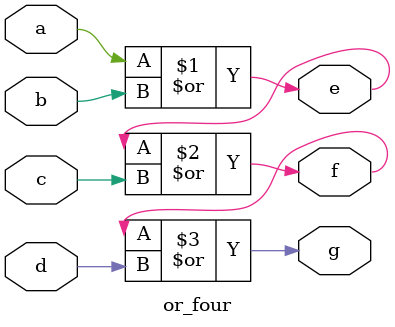
<source format=v>
`timescale 1ns / 1ps

module or_four(a, b, c, d, e, f, g);

input a, b, c, d;
output e, f, g;

assign e = a|b;
assign f = e|c;
assign g = f|d;

endmodule

</source>
